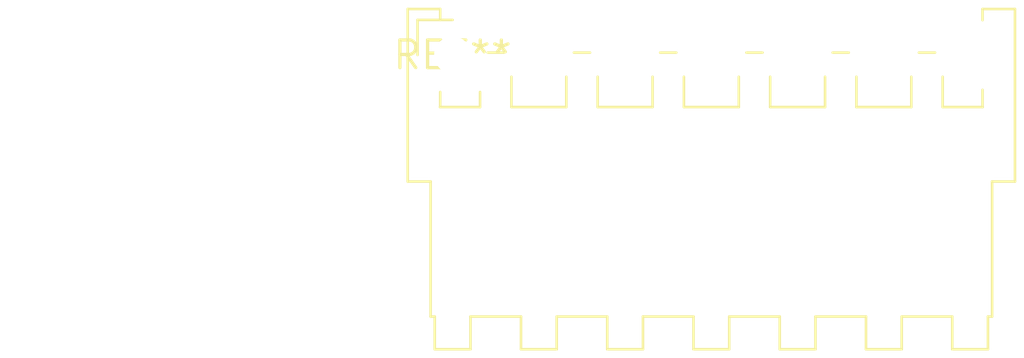
<source format=kicad_pcb>
(kicad_pcb (version 20240108) (generator pcbnew)
  (layers (0 "F.Cu" signal) (31 "B.Cu" signal) (34 "B.Paste" user) (35 "F.Paste" user) (36 "B.SilkS" user "B.Silkscreen") (37 "F.SilkS" user "F.Silkscreen") (38 "B.Mask" user) (39 "F.Mask" user) (44 "Edge.Cuts" user))
  (net 0 "")
  (footprint "JST_VH_S7P-VH_1x07_P3.96mm_Horizontal" (layer "F.Cu") (at 0 0)
    (property "Reference" "REF**")
    (property "Value" "JST_VH_S7P-VH_1x07_P3.96mm_Horizontal")
    (fp_line (start -2.06 -2.11) (end -0.57 -2.11) (layer "F.SilkS") (stroke (width 0.12)))
    (fp_line (start -2.06 5.81) (end -2.06 -2.11) (layer "F.SilkS") (stroke (width 0.12)))
    (fp_line (start -1.61 -1.61) (end -1.61 0) (layer "F.SilkS") (stroke (width 0.12)))
    (fp_line (start -1.01 5.81) (end -2.06 5.81) (layer "F.SilkS") (stroke (width 0.12)))
    (fp_line (start -1.01 5.81) (end -1.01 12.01) (layer "F.SilkS") (stroke (width 0.12)))
    (fp_line (start -1.01 12.01) (end -0.82 12.01) (layer "F.SilkS") (stroke (width 0.12)))
    (fp_line (start -0.82 12.01) (end -0.82 13.51) (layer "F.SilkS") (stroke (width 0.12)))
    (fp_line (start -0.82 13.51) (end 0.82 13.51) (layer "F.SilkS") (stroke (width 0.12)))
    (fp_line (start -0.58 2.39) (end 1.26 2.39) (layer "F.SilkS") (stroke (width 0.12)))
    (fp_line (start -0.57 -2.11) (end -0.57 -1.61) (layer "F.SilkS") (stroke (width 0.12)))
    (fp_line (start -0.57 1.7) (end -0.57 2.39) (layer "F.SilkS") (stroke (width 0.12)))
    (fp_line (start 0 -1.61) (end -1.61 -1.61) (layer "F.SilkS") (stroke (width 0.12)))
    (fp_line (start 0.82 12.01) (end 3.14 12.01) (layer "F.SilkS") (stroke (width 0.12)))
    (fp_line (start 0.82 13.51) (end 0.82 12.01) (layer "F.SilkS") (stroke (width 0.12)))
    (fp_line (start 1.26 2.39) (end 1.26 1.7) (layer "F.SilkS") (stroke (width 0.12)))
    (fp_line (start 1.61 -0.11) (end 2.35 -0.11) (layer "F.SilkS") (stroke (width 0.12)))
    (fp_line (start 2.7 1) (end 2.7 2.39) (layer "F.SilkS") (stroke (width 0.12)))
    (fp_line (start 2.7 2.39) (end 5.22 2.39) (layer "F.SilkS") (stroke (width 0.12)))
    (fp_line (start 3.14 12.01) (end 3.14 13.51) (layer "F.SilkS") (stroke (width 0.12)))
    (fp_line (start 3.14 13.51) (end 4.78 13.51) (layer "F.SilkS") (stroke (width 0.12)))
    (fp_line (start 4.78 12.01) (end 7.1 12.01) (layer "F.SilkS") (stroke (width 0.12)))
    (fp_line (start 4.78 13.51) (end 4.78 12.01) (layer "F.SilkS") (stroke (width 0.12)))
    (fp_line (start 5.22 2.39) (end 5.22 1) (layer "F.SilkS") (stroke (width 0.12)))
    (fp_line (start 5.57 -0.11) (end 6.31 -0.11) (layer "F.SilkS") (stroke (width 0.12)))
    (fp_line (start 6.66 1) (end 6.66 2.39) (layer "F.SilkS") (stroke (width 0.12)))
    (fp_line (start 6.66 2.39) (end 9.18 2.39) (layer "F.SilkS") (stroke (width 0.12)))
    (fp_line (start 7.1 12.01) (end 7.1 13.51) (layer "F.SilkS") (stroke (width 0.12)))
    (fp_line (start 7.1 13.51) (end 8.74 13.51) (layer "F.SilkS") (stroke (width 0.12)))
    (fp_line (start 8.74 12.01) (end 11.06 12.01) (layer "F.SilkS") (stroke (width 0.12)))
    (fp_line (start 8.74 13.51) (end 8.74 12.01) (layer "F.SilkS") (stroke (width 0.12)))
    (fp_line (start 9.18 2.39) (end 9.18 1) (layer "F.SilkS") (stroke (width 0.12)))
    (fp_line (start 9.53 -0.11) (end 10.27 -0.11) (layer "F.SilkS") (stroke (width 0.12)))
    (fp_line (start 10.62 1) (end 10.62 2.39) (layer "F.SilkS") (stroke (width 0.12)))
    (fp_line (start 10.62 2.39) (end 13.14 2.39) (layer "F.SilkS") (stroke (width 0.12)))
    (fp_line (start 11.06 12.01) (end 11.06 13.51) (layer "F.SilkS") (stroke (width 0.12)))
    (fp_line (start 11.06 13.51) (end 12.7 13.51) (layer "F.SilkS") (stroke (width 0.12)))
    (fp_line (start 12.7 12.01) (end 15.02 12.01) (layer "F.SilkS") (stroke (width 0.12)))
    (fp_line (start 12.7 13.51) (end 12.7 12.01) (layer "F.SilkS") (stroke (width 0.12)))
    (fp_line (start 13.14 2.39) (end 13.14 1) (layer "F.SilkS") (stroke (width 0.12)))
    (fp_line (start 13.49 -0.11) (end 14.23 -0.11) (layer "F.SilkS") (stroke (width 0.12)))
    (fp_line (start 14.58 1) (end 14.58 2.39) (layer "F.SilkS") (stroke (width 0.12)))
    (fp_line (start 14.58 2.39) (end 17.1 2.39) (layer "F.SilkS") (stroke (width 0.12)))
    (fp_line (start 15.02 12.01) (end 15.02 13.51) (layer "F.SilkS") (stroke (width 0.12)))
    (fp_line (start 15.02 13.51) (end 16.66 13.51) (layer "F.SilkS") (stroke (width 0.12)))
    (fp_line (start 16.66 12.01) (end 18.98 12.01) (layer "F.SilkS") (stroke (width 0.12)))
    (fp_line (start 16.66 13.51) (end 16.66 12.01) (layer "F.SilkS") (stroke (width 0.12)))
    (fp_line (start 17.1 2.39) (end 17.1 1) (layer "F.SilkS") (stroke (width 0.12)))
    (fp_line (start 17.45 -0.11) (end 18.19 -0.11) (layer "F.SilkS") (stroke (width 0.12)))
    (fp_line (start 18.54 1) (end 18.54 2.39) (layer "F.SilkS") (stroke (width 0.12)))
    (fp_line (start 18.54 2.39) (end 21.06 2.39) (layer "F.SilkS") (stroke (width 0.12)))
    (fp_line (start 18.98 12.01) (end 18.98 13.51) (layer "F.SilkS") (stroke (width 0.12)))
    (fp_line (start 18.98 13.51) (end 20.62 13.51) (layer "F.SilkS") (stroke (width 0.12)))
    (fp_line (start 20.62 12.01) (end 22.94 12.01) (layer "F.SilkS") (stroke (width 0.12)))
    (fp_line (start 20.62 13.51) (end 20.62 12.01) (layer "F.SilkS") (stroke (width 0.12)))
    (fp_line (start 21.06 2.39) (end 21.06 1) (layer "F.SilkS") (stroke (width 0.12)))
    (fp_line (start 21.41 -0.11) (end 22.15 -0.11) (layer "F.SilkS") (stroke (width 0.12)))
    (fp_line (start 22.5 1) (end 22.5 2.39) (layer "F.SilkS") (stroke (width 0.12)))
    (fp_line (start 22.5 2.39) (end 24.34 2.39) (layer "F.SilkS") (stroke (width 0.12)))
    (fp_line (start 22.94 12.01) (end 22.94 13.51) (layer "F.SilkS") (stroke (width 0.12)))
    (fp_line (start 22.94 13.51) (end 24.58 13.51) (layer "F.SilkS") (stroke (width 0.12)))
    (fp_line (start 24.33 -2.11) (end 25.82 -2.11) (layer "F.SilkS") (stroke (width 0.12)))
    (fp_line (start 24.33 -1.6) (end 24.33 -2.11) (layer "F.SilkS") (stroke (width 0.12)))
    (fp_line (start 24.33 2.39) (end 24.33 1.6) (layer "F.SilkS") (stroke (width 0.12)))
    (fp_line (start 24.58 12.01) (end 24.77 12.01) (layer "F.SilkS") (stroke (width 0.12)))
    (fp_line (start 24.58 13.51) (end 24.58 12.01) (layer "F.SilkS") (stroke (width 0.12)))
    (fp_line (start 24.77 12.01) (end 24.77 5.81) (layer "F.SilkS") (stroke (width 0.12)))
    (fp_line (start 25.82 -2.11) (end 25.82 5.81) (layer "F.SilkS") (stroke (width 0.12)))
    (fp_line (start 25.82 5.81) (end 24.77 5.81) (layer "F.SilkS") (stroke (width 0.12)))
    (pad "1" thru_hole roundrect (at 0 0) (size 2.7 2.7) (drill 1.7) (layers *.Cu *.Mask) (remove_unused_layers) (roundrect_rratio 0.092593))
    (pad "2" thru_hole circle (at 3.96 0) (size 2.7 2.7) (drill 1.7) (layers *.Cu *.Mask) (remove_unused_layers))
    (pad "3" thru_hole circle (at 7.92 0) (size 2.7 2.7) (drill 1.7) (layers *.Cu *.Mask) (remove_unused_layers))
    (pad "4" thru_hole circle (at 11.88 0) (size 2.7 2.7) (drill 1.7) (layers *.Cu *.Mask) (remove_unused_layers))
    (pad "5" thru_hole circle (at 15.84 0) (size 2.7 2.7) (drill 1.7) (layers *.Cu *.Mask) (remove_unused_layers))
    (pad "6" thru_hole circle (at 19.8 0) (size 2.7 2.7) (drill 1.7) (layers *.Cu *.Mask) (remove_unused_layers))
    (pad "7" thru_hole circle (at 23.76 0) (size 2.7 2.7) (drill 1.7) (layers *.Cu *.Mask) (remove_unused_layers))
  )
)
</source>
